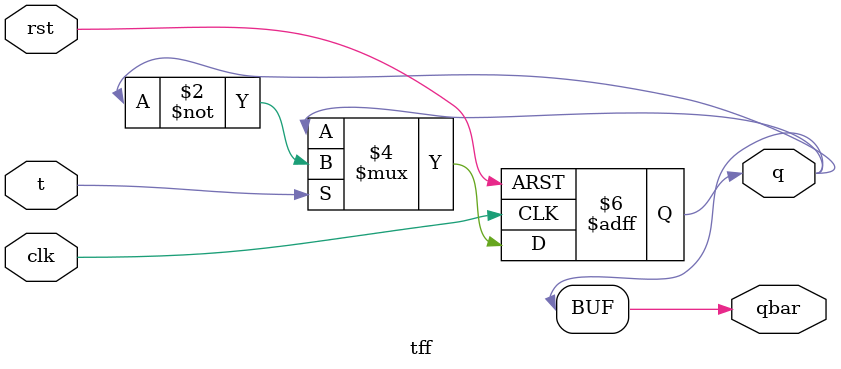
<source format=v>
module tff(input clk,rst,t,output reg q,qbar);
  always@(posedge clk or posedge rst)
    begin
    
    if(rst)
      q<=1'b0;
      else if (t)
      q<=~q;
    else
      q<=q;
      end
       assign qbar=q;
      endmodule

</source>
